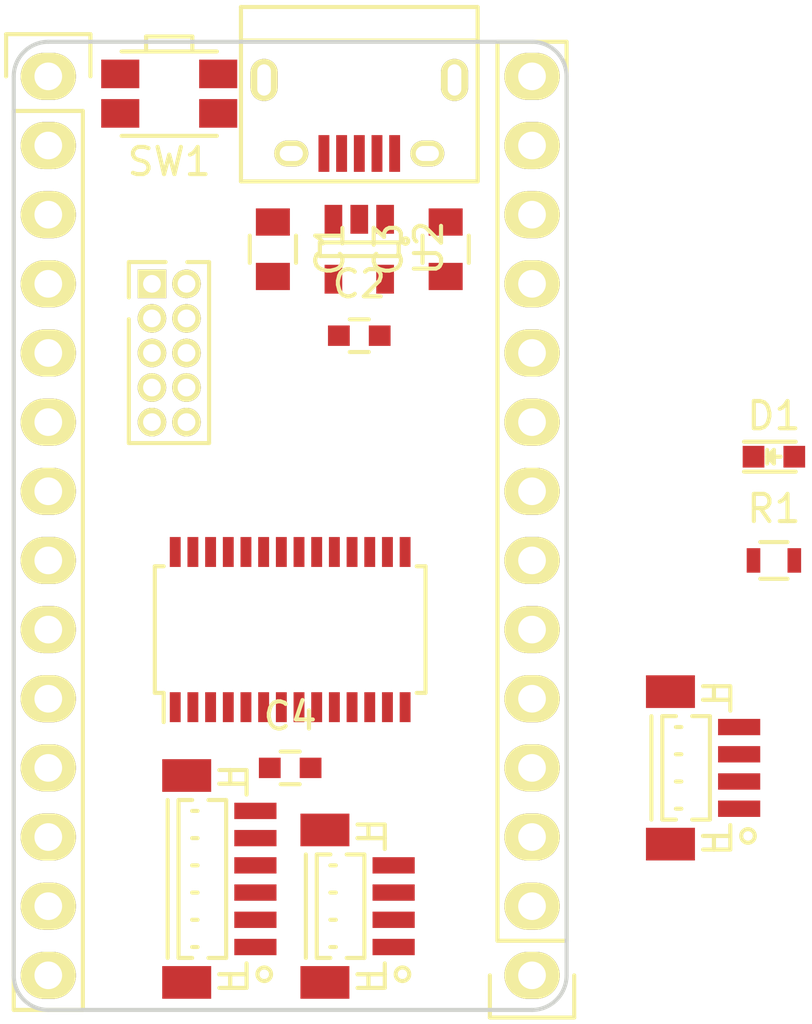
<source format=kicad_pcb>
(kicad_pcb (version 4) (host pcbnew 4.0.1-stable)

  (general
    (links 74)
    (no_connects 74)
    (area 138.354999 87.554999 158.825001 123.265001)
    (thickness 1.6)
    (drawings 8)
    (tracks 0)
    (zones 0)
    (modules 16)
    (nets 37)
  )

  (page A4)
  (layers
    (0 F.Cu signal)
    (31 B.Cu signal)
    (34 B.Paste user)
    (35 F.Paste user)
    (36 B.SilkS user)
    (37 F.SilkS user)
    (38 B.Mask user)
    (39 F.Mask user)
    (44 Edge.Cuts user)
  )

  (setup
    (last_trace_width 0.25)
    (trace_clearance 0.2)
    (zone_clearance 0.508)
    (zone_45_only no)
    (trace_min 0.2)
    (segment_width 0.2)
    (edge_width 0.15)
    (via_size 0.6)
    (via_drill 0.4)
    (via_min_size 0.4)
    (via_min_drill 0.3)
    (uvia_size 0.3)
    (uvia_drill 0.1)
    (uvias_allowed no)
    (uvia_min_size 0.2)
    (uvia_min_drill 0.1)
    (pcb_text_width 0.3)
    (pcb_text_size 1.5 1.5)
    (mod_edge_width 0.15)
    (mod_text_size 1 1)
    (mod_text_width 0.15)
    (pad_size 1.7272 2.032)
    (pad_drill 1.016)
    (pad_to_mask_clearance 0.2)
    (aux_axis_origin 0 0)
    (visible_elements FFFFFF7F)
    (pcbplotparams
      (layerselection 0x00030_80000001)
      (usegerberextensions false)
      (excludeedgelayer true)
      (linewidth 0.100000)
      (plotframeref false)
      (viasonmask false)
      (mode 1)
      (useauxorigin false)
      (hpglpennumber 1)
      (hpglpenspeed 20)
      (hpglpendiameter 15)
      (hpglpenoverlay 2)
      (psnegative false)
      (psa4output false)
      (plotreference true)
      (plotvalue true)
      (plotinvisibletext false)
      (padsonsilk false)
      (subtractmaskfromsilk false)
      (outputformat 1)
      (mirror false)
      (drillshape 1)
      (scaleselection 1)
      (outputdirectory ""))
  )

  (net 0 "")
  (net 1 "Net-(C2-Pad1)")
  (net 2 GND)
  (net 3 +3V3)
  (net 4 "Net-(D1-Pad2)")
  (net 5 /~RST~)
  (net 6 /PIO0_1)
  (net 7 /SSEL)
  (net 8 /PIO0_3)
  (net 9 /SCL)
  (net 10 /SDA)
  (net 11 /SCK)
  (net 12 /PIO0_7)
  (net 13 /MISO)
  (net 14 /MOSI)
  (net 15 /SWCLK)
  (net 16 /PIO0_11)
  (net 17 /PIO1_0)
  (net 18 /PIO1_1)
  (net 19 /PIO1_2)
  (net 20 /SWDIO)
  (net 21 /PIO1_4)
  (net 22 /PIO1_5)
  (net 23 /RXD)
  (net 24 /TXD)
  (net 25 /PIO1_8)
  (net 26 /PIO1_9)
  (net 27 VCC)
  (net 28 "Net-(P3-Pad7)")
  (net 29 /SWO)
  (net 30 "Net-(P3-Pad8)")
  (net 31 "Net-(P7-Pad2)")
  (net 32 "Net-(P7-Pad3)")
  (net 33 "Net-(P7-Pad4)")
  (net 34 "Net-(P7-Pad6)")
  (net 35 "Net-(JP1-Pad1)")
  (net 36 "Net-(U1-Pad19)")

  (net_class Default "This is the default net class."
    (clearance 0.2)
    (trace_width 0.25)
    (via_dia 0.6)
    (via_drill 0.4)
    (uvia_dia 0.3)
    (uvia_drill 0.1)
    (add_net +3V3)
    (add_net /MISO)
    (add_net /MOSI)
    (add_net /PIO0_1)
    (add_net /PIO0_11)
    (add_net /PIO0_3)
    (add_net /PIO0_7)
    (add_net /PIO1_0)
    (add_net /PIO1_1)
    (add_net /PIO1_2)
    (add_net /PIO1_4)
    (add_net /PIO1_5)
    (add_net /PIO1_8)
    (add_net /PIO1_9)
    (add_net /RXD)
    (add_net /SCK)
    (add_net /SCL)
    (add_net /SDA)
    (add_net /SSEL)
    (add_net /SWCLK)
    (add_net /SWDIO)
    (add_net /SWO)
    (add_net /TXD)
    (add_net /~RST~)
    (add_net GND)
    (add_net "Net-(C2-Pad1)")
    (add_net "Net-(D1-Pad2)")
    (add_net "Net-(JP1-Pad1)")
    (add_net "Net-(P3-Pad7)")
    (add_net "Net-(P3-Pad8)")
    (add_net "Net-(P7-Pad2)")
    (add_net "Net-(P7-Pad3)")
    (add_net "Net-(P7-Pad4)")
    (add_net "Net-(P7-Pad6)")
    (add_net "Net-(U1-Pad19)")
    (add_net VCC)
  )

  (module LEDs:LED-0603 (layer F.Cu) (tedit 55BDE255) (tstamp 5715BC5E)
    (at 166.37 102.87)
    (descr "LED 0603 smd package")
    (tags "LED led 0603 SMD smd SMT smt smdled SMDLED smtled SMTLED")
    (path /570C9909)
    (attr smd)
    (fp_text reference D1 (at 0 -1.5) (layer F.SilkS)
      (effects (font (size 1 1) (thickness 0.15)))
    )
    (fp_text value Orange (at 0 1.5) (layer F.Fab)
      (effects (font (size 1 1) (thickness 0.15)))
    )
    (fp_line (start -1.1 0.55) (end 0.8 0.55) (layer F.SilkS) (width 0.15))
    (fp_line (start -1.1 -0.55) (end 0.8 -0.55) (layer F.SilkS) (width 0.15))
    (fp_line (start -0.2 0) (end 0.25 0) (layer F.SilkS) (width 0.15))
    (fp_line (start -0.25 -0.25) (end -0.25 0.25) (layer F.SilkS) (width 0.15))
    (fp_line (start -0.25 0) (end 0 -0.25) (layer F.SilkS) (width 0.15))
    (fp_line (start 0 -0.25) (end 0 0.25) (layer F.SilkS) (width 0.15))
    (fp_line (start 0 0.25) (end -0.25 0) (layer F.SilkS) (width 0.15))
    (fp_line (start 1.4 -0.75) (end 1.4 0.75) (layer F.CrtYd) (width 0.05))
    (fp_line (start 1.4 0.75) (end -1.4 0.75) (layer F.CrtYd) (width 0.05))
    (fp_line (start -1.4 0.75) (end -1.4 -0.75) (layer F.CrtYd) (width 0.05))
    (fp_line (start -1.4 -0.75) (end 1.4 -0.75) (layer F.CrtYd) (width 0.05))
    (pad 2 smd rect (at 0.7493 0 180) (size 0.79756 0.79756) (layers F.Cu F.Paste F.Mask)
      (net 4 "Net-(D1-Pad2)"))
    (pad 1 smd rect (at -0.7493 0 180) (size 0.79756 0.79756) (layers F.Cu F.Paste F.Mask)
      (net 2 GND))
  )

  (module Socket_Strips:Socket_Strip_Straight_1x14 (layer F.Cu) (tedit 5715C08B) (tstamp 5715BC70)
    (at 139.7 88.9 270)
    (descr "Through hole socket strip")
    (tags "socket strip")
    (path /5709C375)
    (fp_text reference P1 (at 0 -5.1 270) (layer F.SilkS) hide
      (effects (font (size 1 1) (thickness 0.15)))
    )
    (fp_text value CONN_01X14 (at 0 -3.1 270) (layer F.Fab)
      (effects (font (size 1 1) (thickness 0.15)))
    )
    (fp_line (start -1.75 -1.75) (end -1.75 1.75) (layer F.CrtYd) (width 0.05))
    (fp_line (start 34.8 -1.75) (end 34.8 1.75) (layer F.CrtYd) (width 0.05))
    (fp_line (start -1.75 -1.75) (end 34.8 -1.75) (layer F.CrtYd) (width 0.05))
    (fp_line (start -1.75 1.75) (end 34.8 1.75) (layer F.CrtYd) (width 0.05))
    (fp_line (start 1.27 -1.27) (end 34.29 -1.27) (layer F.SilkS) (width 0.15))
    (fp_line (start 34.29 -1.27) (end 34.29 1.27) (layer F.SilkS) (width 0.15))
    (fp_line (start 34.29 1.27) (end 1.27 1.27) (layer F.SilkS) (width 0.15))
    (fp_line (start -1.55 1.55) (end 0 1.55) (layer F.SilkS) (width 0.15))
    (fp_line (start 1.27 1.27) (end 1.27 -1.27) (layer F.SilkS) (width 0.15))
    (fp_line (start 0 -1.55) (end -1.55 -1.55) (layer F.SilkS) (width 0.15))
    (fp_line (start -1.55 -1.55) (end -1.55 1.55) (layer F.SilkS) (width 0.15))
    (pad 1 thru_hole oval (at 0 0 270) (size 1.7272 2.032) (drill 1.016) (layers *.Cu *.Mask F.SilkS)
      (net 2 GND))
    (pad 2 thru_hole oval (at 2.54 0 270) (size 1.7272 2.032) (drill 1.016) (layers *.Cu *.Mask F.SilkS)
      (net 2 GND))
    (pad 3 thru_hole oval (at 5.08 0 270) (size 1.7272 2.032) (drill 1.016) (layers *.Cu *.Mask F.SilkS)
      (net 5 /~RST~))
    (pad 4 thru_hole oval (at 7.62 0 270) (size 1.7272 2.032) (drill 1.016) (layers *.Cu *.Mask F.SilkS)
      (net 6 /PIO0_1))
    (pad 5 thru_hole oval (at 10.16 0 270) (size 1.7272 2.032) (drill 1.016) (layers *.Cu *.Mask F.SilkS)
      (net 7 /SSEL))
    (pad 6 thru_hole oval (at 12.7 0 270) (size 1.7272 2.032) (drill 1.016) (layers *.Cu *.Mask F.SilkS)
      (net 8 /PIO0_3))
    (pad 7 thru_hole oval (at 15.24 0 270) (size 1.7272 2.032) (drill 1.016) (layers *.Cu *.Mask F.SilkS)
      (net 9 /SCL))
    (pad 8 thru_hole oval (at 17.78 0 270) (size 1.7272 2.032) (drill 1.016) (layers *.Cu *.Mask F.SilkS)
      (net 10 /SDA))
    (pad 9 thru_hole oval (at 20.32 0 270) (size 1.7272 2.032) (drill 1.016) (layers *.Cu *.Mask F.SilkS)
      (net 11 /SCK))
    (pad 10 thru_hole oval (at 22.86 0 270) (size 1.7272 2.032) (drill 1.016) (layers *.Cu *.Mask F.SilkS)
      (net 12 /PIO0_7))
    (pad 11 thru_hole oval (at 25.4 0 270) (size 1.7272 2.032) (drill 1.016) (layers *.Cu *.Mask F.SilkS)
      (net 13 /MISO))
    (pad 12 thru_hole oval (at 27.94 0 270) (size 1.7272 2.032) (drill 1.016) (layers *.Cu *.Mask F.SilkS)
      (net 14 /MOSI))
    (pad 13 thru_hole oval (at 30.48 0 270) (size 1.7272 2.032) (drill 1.016) (layers *.Cu *.Mask F.SilkS)
      (net 15 /SWCLK))
    (pad 14 thru_hole oval (at 33.02 0 270) (size 1.7272 2.032) (drill 1.016) (layers *.Cu *.Mask F.SilkS)
      (net 16 /PIO0_11))
    (model Socket_Strips.3dshapes/Socket_Strip_Straight_1x14.wrl
      (at (xyz 0.65 0 0))
      (scale (xyz 1 1 1))
      (rotate (xyz 0 0 180))
    )
  )

  (module Socket_Strips:Socket_Strip_Straight_1x14 (layer F.Cu) (tedit 5715C073) (tstamp 5715BC82)
    (at 157.48 121.92 90)
    (descr "Through hole socket strip")
    (tags "socket strip")
    (path /5709C3E8)
    (fp_text reference P2 (at 0 -5.1 90) (layer F.SilkS) hide
      (effects (font (size 1 1) (thickness 0.15)))
    )
    (fp_text value CONN_01X14 (at 0 -3.1 90) (layer F.Fab)
      (effects (font (size 1 1) (thickness 0.15)))
    )
    (fp_line (start -1.75 -1.75) (end -1.75 1.75) (layer F.CrtYd) (width 0.05))
    (fp_line (start 34.8 -1.75) (end 34.8 1.75) (layer F.CrtYd) (width 0.05))
    (fp_line (start -1.75 -1.75) (end 34.8 -1.75) (layer F.CrtYd) (width 0.05))
    (fp_line (start -1.75 1.75) (end 34.8 1.75) (layer F.CrtYd) (width 0.05))
    (fp_line (start 1.27 -1.27) (end 34.29 -1.27) (layer F.SilkS) (width 0.15))
    (fp_line (start 34.29 -1.27) (end 34.29 1.27) (layer F.SilkS) (width 0.15))
    (fp_line (start 34.29 1.27) (end 1.27 1.27) (layer F.SilkS) (width 0.15))
    (fp_line (start -1.55 1.55) (end 0 1.55) (layer F.SilkS) (width 0.15))
    (fp_line (start 1.27 1.27) (end 1.27 -1.27) (layer F.SilkS) (width 0.15))
    (fp_line (start 0 -1.55) (end -1.55 -1.55) (layer F.SilkS) (width 0.15))
    (fp_line (start -1.55 -1.55) (end -1.55 1.55) (layer F.SilkS) (width 0.15))
    (pad 1 thru_hole oval (at 0 0 90) (size 1.7272 2.032) (drill 1.016) (layers *.Cu *.Mask F.SilkS)
      (net 17 /PIO1_0))
    (pad 2 thru_hole oval (at 2.54 0 90) (size 1.7272 2.032) (drill 1.016) (layers *.Cu *.Mask F.SilkS)
      (net 18 /PIO1_1))
    (pad 3 thru_hole oval (at 5.08 0 90) (size 1.7272 2.032) (drill 1.016) (layers *.Cu *.Mask F.SilkS)
      (net 19 /PIO1_2))
    (pad 4 thru_hole oval (at 7.62 0 90) (size 1.7272 2.032) (drill 1.016) (layers *.Cu *.Mask F.SilkS)
      (net 20 /SWDIO))
    (pad 5 thru_hole oval (at 10.16 0 90) (size 1.7272 2.032) (drill 1.016) (layers *.Cu *.Mask F.SilkS)
      (net 21 /PIO1_4))
    (pad 6 thru_hole oval (at 12.7 0 90) (size 1.7272 2.032) (drill 1.016) (layers *.Cu *.Mask F.SilkS)
      (net 22 /PIO1_5))
    (pad 7 thru_hole oval (at 15.24 0 90) (size 1.7272 2.032) (drill 1.016) (layers *.Cu *.Mask F.SilkS)
      (net 23 /RXD))
    (pad 8 thru_hole oval (at 17.78 0 90) (size 1.7272 2.032) (drill 1.016) (layers *.Cu *.Mask F.SilkS)
      (net 24 /TXD))
    (pad 9 thru_hole oval (at 20.32 0 90) (size 1.7272 2.032) (drill 1.016) (layers *.Cu *.Mask F.SilkS)
      (net 25 /PIO1_8))
    (pad 10 thru_hole oval (at 22.86 0 90) (size 1.7272 2.032) (drill 1.016) (layers *.Cu *.Mask F.SilkS)
      (net 26 /PIO1_9))
    (pad 11 thru_hole oval (at 25.4 0 90) (size 1.7272 2.032) (drill 1.016) (layers *.Cu *.Mask F.SilkS)
      (net 3 +3V3))
    (pad 12 thru_hole oval (at 27.94 0 90) (size 1.7272 2.032) (drill 1.016) (layers *.Cu *.Mask F.SilkS)
      (net 3 +3V3))
    (pad 13 thru_hole oval (at 30.48 0 90) (size 1.7272 2.032) (drill 1.016) (layers *.Cu *.Mask F.SilkS)
      (net 27 VCC))
    (pad 14 thru_hole oval (at 33.02 0 90) (size 1.7272 2.032) (drill 1.016) (layers *.Cu *.Mask F.SilkS)
      (net 27 VCC))
    (model Socket_Strips.3dshapes/Socket_Strip_Straight_1x14.wrl
      (at (xyz 0.65 0 0))
      (scale (xyz 1 1 1))
      (rotate (xyz 0 0 180))
    )
  )

  (module Pin_Headers:Pin_Header_Straight_2x05_Pitch1.27mm (layer F.Cu) (tedit 5715C07B) (tstamp 5715BC90)
    (at 143.51 96.52)
    (descr "Through hole pin header, pitch 1.27mm")
    (tags "pin header")
    (path /56DFB95F)
    (fp_text reference P3 (at 0.55 -1.7) (layer F.SilkS) hide
      (effects (font (size 1 1) (thickness 0.15)))
    )
    (fp_text value "JTAG (SWD)" (at 0 6.9) (layer F.Fab)
      (effects (font (size 1 1) (thickness 0.15)))
    )
    (fp_line (start 2.1 -0.8) (end 1.3 -0.8) (layer F.SilkS) (width 0.15))
    (fp_line (start 2.1 5.85) (end 2.1 -0.8) (layer F.SilkS) (width 0.15))
    (fp_line (start 2.1 5.85) (end -0.85 5.85) (layer F.SilkS) (width 0.15))
    (fp_line (start -1.1 -1.05) (end -1.1 6.1) (layer F.CrtYd) (width 0.05))
    (fp_line (start 2.35 -1.05) (end 2.35 6.1) (layer F.CrtYd) (width 0.05))
    (fp_line (start -1.1 -1.05) (end 2.35 -1.05) (layer F.CrtYd) (width 0.05))
    (fp_line (start -1.1 6.1) (end 2.35 6.1) (layer F.CrtYd) (width 0.05))
    (fp_line (start -0.85 5.85) (end -0.85 1.3) (layer F.SilkS) (width 0.15))
    (fp_line (start 0.5 -0.8) (end -0.85 -0.8) (layer F.SilkS) (width 0.15))
    (fp_line (start -0.85 -0.8) (end -0.85 0.5) (layer F.SilkS) (width 0.15))
    (pad 1 thru_hole rect (at 0 0) (size 1.05 1.05) (drill 0.65) (layers *.Cu *.Mask F.SilkS)
      (net 3 +3V3))
    (pad 3 thru_hole circle (at 0 1.27) (size 1.05 1.05) (drill 0.65) (layers *.Cu *.Mask F.SilkS)
      (net 2 GND))
    (pad 5 thru_hole circle (at 0 2.54) (size 1.05 1.05) (drill 0.65) (layers *.Cu *.Mask F.SilkS)
      (net 2 GND))
    (pad 7 thru_hole circle (at 0 3.81) (size 1.05 1.05) (drill 0.65) (layers *.Cu *.Mask F.SilkS)
      (net 28 "Net-(P3-Pad7)"))
    (pad 9 thru_hole circle (at 0 5.08) (size 1.05 1.05) (drill 0.65) (layers *.Cu *.Mask F.SilkS)
      (net 2 GND))
    (pad 4 thru_hole circle (at 1.27 1.27) (size 1.05 1.05) (drill 0.65) (layers *.Cu *.Mask F.SilkS)
      (net 15 /SWCLK))
    (pad 6 thru_hole circle (at 1.27 2.54) (size 1.05 1.05) (drill 0.65) (layers *.Cu *.Mask F.SilkS)
      (net 29 /SWO))
    (pad 8 thru_hole circle (at 1.27 3.81) (size 1.05 1.05) (drill 0.65) (layers *.Cu *.Mask F.SilkS)
      (net 30 "Net-(P3-Pad8)"))
    (pad 10 thru_hole circle (at 1.27 5.08) (size 1.05 1.05) (drill 0.65) (layers *.Cu *.Mask F.SilkS)
      (net 5 /~RST~))
    (pad 2 thru_hole circle (at 1.27 0) (size 1.05 1.05) (drill 0.65) (layers *.Cu *.Mask F.SilkS)
      (net 20 /SWDIO))
  )

  (module Connectors_JST_SH:Connectors_JST_BM04B-SRSS-TB (layer F.Cu) (tedit 5715C06E) (tstamp 5715BC9A)
    (at 151.13 119.38 90)
    (descr "JST SH series connector, BM04B-SRSS-TB")
    (tags "connector jst sh")
    (path /5708AEDD)
    (attr smd)
    (fp_text reference P4 (at -1.5 -3.2625 90) (layer F.SilkS) hide
      (effects (font (size 1 1) (thickness 0.15)))
    )
    (fp_text value I2C (at 0 3.2375 90) (layer F.Fab)
      (effects (font (size 1 1) (thickness 0.15)))
    )
    (fp_circle (center -2.5 1.5875) (end -2.25 1.5875) (layer F.SilkS) (width 0.15))
    (fp_line (start -1.9 -1.9625) (end 1.9 -1.9625) (layer F.SilkS) (width 0.15))
    (fp_line (start -3 -0.0625) (end -3 0.9375) (layer F.SilkS) (width 0.15))
    (fp_line (start -3 0.9375) (end -2.1 0.9375) (layer F.SilkS) (width 0.15))
    (fp_line (start -2.5 0.9375) (end -2.5 -0.0625) (layer F.SilkS) (width 0.15))
    (fp_line (start -2.5 -0.0625) (end -2.5 -0.0625) (layer F.SilkS) (width 0.15))
    (fp_line (start -2.5 -0.0625) (end -2.5 0.9375) (layer F.SilkS) (width 0.15))
    (fp_line (start -2.5 0.9375) (end -2.5 0.9375) (layer F.SilkS) (width 0.15))
    (fp_line (start -2.5 0.3375) (end -2.5 0.3375) (layer F.SilkS) (width 0.15))
    (fp_line (start -2.5 0.3375) (end -3 0.3375) (layer F.SilkS) (width 0.15))
    (fp_line (start -3 0.3375) (end -3 0.3375) (layer F.SilkS) (width 0.15))
    (fp_line (start -3 0.3375) (end -2.5 0.3375) (layer F.SilkS) (width 0.15))
    (fp_line (start 3 -0.0625) (end 3 0.9375) (layer F.SilkS) (width 0.15))
    (fp_line (start 3 0.9375) (end 2.1 0.9375) (layer F.SilkS) (width 0.15))
    (fp_line (start 2.5 0.9375) (end 2.5 -0.0625) (layer F.SilkS) (width 0.15))
    (fp_line (start 2.5 -0.0625) (end 2.5 -0.0625) (layer F.SilkS) (width 0.15))
    (fp_line (start 2.5 -0.0625) (end 2.5 0.9375) (layer F.SilkS) (width 0.15))
    (fp_line (start 2.5 0.9375) (end 2.5 0.9375) (layer F.SilkS) (width 0.15))
    (fp_line (start 2.5 0.3375) (end 2.5 0.3375) (layer F.SilkS) (width 0.15))
    (fp_line (start 2.5 0.3375) (end 3 0.3375) (layer F.SilkS) (width 0.15))
    (fp_line (start 3 0.3375) (end 3 0.3375) (layer F.SilkS) (width 0.15))
    (fp_line (start 3 0.3375) (end 2.5 0.3375) (layer F.SilkS) (width 0.15))
    (fp_line (start -1.9 -1.0625) (end -1.9 -1.5625) (layer F.SilkS) (width 0.15))
    (fp_line (start -1.9 -1.5625) (end 1.9 -1.5625) (layer F.SilkS) (width 0.15))
    (fp_line (start 1.9 -1.5625) (end 1.9 -1.0625) (layer F.SilkS) (width 0.15))
    (fp_line (start -1.9 -0.4625) (end -1.9 0.1875) (layer F.SilkS) (width 0.15))
    (fp_line (start -1.9 0.1875) (end 1.9 0.1875) (layer F.SilkS) (width 0.15))
    (fp_line (start 1.9 0.1875) (end 1.9 -0.4625) (layer F.SilkS) (width 0.15))
    (fp_line (start -1.5 -1.0625) (end -1.5 -0.8625) (layer F.SilkS) (width 0.15))
    (fp_line (start -0.5 -1.0625) (end -0.5 -0.8625) (layer F.SilkS) (width 0.15))
    (fp_line (start 0.5 -1.0625) (end 0.5 -0.8625) (layer F.SilkS) (width 0.15))
    (fp_line (start 1.5 -1.0625) (end 1.5 -0.8625) (layer F.SilkS) (width 0.15))
    (fp_line (start -3.9 2.55) (end -3.9 -2.7) (layer F.CrtYd) (width 0.05))
    (fp_line (start -3.9 -2.7) (end 3.9 -2.7) (layer F.CrtYd) (width 0.05))
    (fp_line (start 3.9 -2.7) (end 3.9 2.55) (layer F.CrtYd) (width 0.05))
    (fp_line (start 3.9 2.55) (end -3.9 2.55) (layer F.CrtYd) (width 0.05))
    (pad 1 smd rect (at -1.5 1.2625 90) (size 0.6 1.55) (layers F.Cu F.Paste F.Mask)
      (net 10 /SDA))
    (pad 2 smd rect (at -0.5 1.2625 90) (size 0.6 1.55) (layers F.Cu F.Paste F.Mask)
      (net 9 /SCL))
    (pad 3 smd rect (at 0.5 1.2625 90) (size 0.6 1.55) (layers F.Cu F.Paste F.Mask)
      (net 3 +3V3))
    (pad 4 smd rect (at 1.5 1.2625 90) (size 0.6 1.55) (layers F.Cu F.Paste F.Mask)
      (net 2 GND))
    (pad "" smd rect (at -2.8 -1.2625 90) (size 1.2 1.8) (layers F.Cu F.Paste F.Mask))
    (pad "" smd rect (at 2.8 -1.2625 90) (size 1.2 1.8) (layers F.Cu F.Paste F.Mask))
  )

  (module Connectors_JST_SH:Connectors_JST_BM06B-SRSS-TB (layer F.Cu) (tedit 5715C069) (tstamp 5715BCA6)
    (at 146.05 118.38 90)
    (descr "JST SH series connector, BM06B-SRSS-TB")
    (tags "connector jst sh")
    (path /57087C55)
    (attr smd)
    (fp_text reference P5 (at -2.5 -3.2625 90) (layer F.SilkS) hide
      (effects (font (size 1 1) (thickness 0.15)))
    )
    (fp_text value SPI (at 0 3.2375 90) (layer F.Fab)
      (effects (font (size 1 1) (thickness 0.15)))
    )
    (fp_circle (center -3.5 1.5875) (end -3.25 1.5875) (layer F.SilkS) (width 0.15))
    (fp_line (start -2.9 -1.9625) (end 2.9 -1.9625) (layer F.SilkS) (width 0.15))
    (fp_line (start -4 -0.0625) (end -4 0.9375) (layer F.SilkS) (width 0.15))
    (fp_line (start -4 0.9375) (end -3.1 0.9375) (layer F.SilkS) (width 0.15))
    (fp_line (start -3.5 0.9375) (end -3.5 -0.0625) (layer F.SilkS) (width 0.15))
    (fp_line (start -3.5 -0.0625) (end -3.5 -0.0625) (layer F.SilkS) (width 0.15))
    (fp_line (start -3.5 -0.0625) (end -3.5 0.9375) (layer F.SilkS) (width 0.15))
    (fp_line (start -3.5 0.9375) (end -3.5 0.9375) (layer F.SilkS) (width 0.15))
    (fp_line (start -3.5 0.3375) (end -3.5 0.3375) (layer F.SilkS) (width 0.15))
    (fp_line (start -3.5 0.3375) (end -4 0.3375) (layer F.SilkS) (width 0.15))
    (fp_line (start -4 0.3375) (end -4 0.3375) (layer F.SilkS) (width 0.15))
    (fp_line (start -4 0.3375) (end -3.5 0.3375) (layer F.SilkS) (width 0.15))
    (fp_line (start 4 -0.0625) (end 4 0.9375) (layer F.SilkS) (width 0.15))
    (fp_line (start 4 0.9375) (end 3.1 0.9375) (layer F.SilkS) (width 0.15))
    (fp_line (start 3.5 0.9375) (end 3.5 -0.0625) (layer F.SilkS) (width 0.15))
    (fp_line (start 3.5 -0.0625) (end 3.5 -0.0625) (layer F.SilkS) (width 0.15))
    (fp_line (start 3.5 -0.0625) (end 3.5 0.9375) (layer F.SilkS) (width 0.15))
    (fp_line (start 3.5 0.9375) (end 3.5 0.9375) (layer F.SilkS) (width 0.15))
    (fp_line (start 3.5 0.3375) (end 3.5 0.3375) (layer F.SilkS) (width 0.15))
    (fp_line (start 3.5 0.3375) (end 4 0.3375) (layer F.SilkS) (width 0.15))
    (fp_line (start 4 0.3375) (end 4 0.3375) (layer F.SilkS) (width 0.15))
    (fp_line (start 4 0.3375) (end 3.5 0.3375) (layer F.SilkS) (width 0.15))
    (fp_line (start -2.9 -1.0625) (end -2.9 -1.5625) (layer F.SilkS) (width 0.15))
    (fp_line (start -2.9 -1.5625) (end 2.9 -1.5625) (layer F.SilkS) (width 0.15))
    (fp_line (start 2.9 -1.5625) (end 2.9 -1.0625) (layer F.SilkS) (width 0.15))
    (fp_line (start -2.9 -0.4625) (end -2.9 0.1875) (layer F.SilkS) (width 0.15))
    (fp_line (start -2.9 0.1875) (end 2.9 0.1875) (layer F.SilkS) (width 0.15))
    (fp_line (start 2.9 0.1875) (end 2.9 -0.4625) (layer F.SilkS) (width 0.15))
    (fp_line (start -2.5 -1.0625) (end -2.5 -0.8625) (layer F.SilkS) (width 0.15))
    (fp_line (start -1.5 -1.0625) (end -1.5 -0.8625) (layer F.SilkS) (width 0.15))
    (fp_line (start -0.5 -1.0625) (end -0.5 -0.8625) (layer F.SilkS) (width 0.15))
    (fp_line (start 0.5 -1.0625) (end 0.5 -0.8625) (layer F.SilkS) (width 0.15))
    (fp_line (start 1.5 -1.0625) (end 1.5 -0.8625) (layer F.SilkS) (width 0.15))
    (fp_line (start 2.5 -1.0625) (end 2.5 -0.8625) (layer F.SilkS) (width 0.15))
    (fp_line (start -4.9 2.55) (end -4.9 -2.7) (layer F.CrtYd) (width 0.05))
    (fp_line (start -4.9 -2.7) (end 4.9 -2.7) (layer F.CrtYd) (width 0.05))
    (fp_line (start 4.9 -2.7) (end 4.9 2.55) (layer F.CrtYd) (width 0.05))
    (fp_line (start 4.9 2.55) (end -4.9 2.55) (layer F.CrtYd) (width 0.05))
    (pad 1 smd rect (at -2.5 1.2625 90) (size 0.6 1.55) (layers F.Cu F.Paste F.Mask)
      (net 7 /SSEL))
    (pad 2 smd rect (at -1.5 1.2625 90) (size 0.6 1.55) (layers F.Cu F.Paste F.Mask)
      (net 11 /SCK))
    (pad 3 smd rect (at -0.5 1.2625 90) (size 0.6 1.55) (layers F.Cu F.Paste F.Mask)
      (net 13 /MISO))
    (pad 4 smd rect (at 0.5 1.2625 90) (size 0.6 1.55) (layers F.Cu F.Paste F.Mask)
      (net 14 /MOSI))
    (pad 5 smd rect (at 1.5 1.2625 90) (size 0.6 1.55) (layers F.Cu F.Paste F.Mask)
      (net 3 +3V3))
    (pad 6 smd rect (at 2.5 1.2625 90) (size 0.6 1.55) (layers F.Cu F.Paste F.Mask)
      (net 2 GND))
    (pad "" smd rect (at -3.8 -1.2625 90) (size 1.2 1.8) (layers F.Cu F.Paste F.Mask))
    (pad "" smd rect (at 3.8 -1.2625 90) (size 1.2 1.8) (layers F.Cu F.Paste F.Mask))
  )

  (module Connectors_JST_SH:Connectors_JST_BM04B-SRSS-TB (layer F.Cu) (tedit 5715C080) (tstamp 5715BCB0)
    (at 163.83 114.3 90)
    (descr "JST SH series connector, BM04B-SRSS-TB")
    (tags "connector jst sh")
    (path /5708C32D)
    (attr smd)
    (fp_text reference P6 (at -1.5 -3.2625 90) (layer F.SilkS) hide
      (effects (font (size 1 1) (thickness 0.15)))
    )
    (fp_text value UART (at 0 3.2375 90) (layer F.Fab)
      (effects (font (size 1 1) (thickness 0.15)))
    )
    (fp_circle (center -2.5 1.5875) (end -2.25 1.5875) (layer F.SilkS) (width 0.15))
    (fp_line (start -1.9 -1.9625) (end 1.9 -1.9625) (layer F.SilkS) (width 0.15))
    (fp_line (start -3 -0.0625) (end -3 0.9375) (layer F.SilkS) (width 0.15))
    (fp_line (start -3 0.9375) (end -2.1 0.9375) (layer F.SilkS) (width 0.15))
    (fp_line (start -2.5 0.9375) (end -2.5 -0.0625) (layer F.SilkS) (width 0.15))
    (fp_line (start -2.5 -0.0625) (end -2.5 -0.0625) (layer F.SilkS) (width 0.15))
    (fp_line (start -2.5 -0.0625) (end -2.5 0.9375) (layer F.SilkS) (width 0.15))
    (fp_line (start -2.5 0.9375) (end -2.5 0.9375) (layer F.SilkS) (width 0.15))
    (fp_line (start -2.5 0.3375) (end -2.5 0.3375) (layer F.SilkS) (width 0.15))
    (fp_line (start -2.5 0.3375) (end -3 0.3375) (layer F.SilkS) (width 0.15))
    (fp_line (start -3 0.3375) (end -3 0.3375) (layer F.SilkS) (width 0.15))
    (fp_line (start -3 0.3375) (end -2.5 0.3375) (layer F.SilkS) (width 0.15))
    (fp_line (start 3 -0.0625) (end 3 0.9375) (layer F.SilkS) (width 0.15))
    (fp_line (start 3 0.9375) (end 2.1 0.9375) (layer F.SilkS) (width 0.15))
    (fp_line (start 2.5 0.9375) (end 2.5 -0.0625) (layer F.SilkS) (width 0.15))
    (fp_line (start 2.5 -0.0625) (end 2.5 -0.0625) (layer F.SilkS) (width 0.15))
    (fp_line (start 2.5 -0.0625) (end 2.5 0.9375) (layer F.SilkS) (width 0.15))
    (fp_line (start 2.5 0.9375) (end 2.5 0.9375) (layer F.SilkS) (width 0.15))
    (fp_line (start 2.5 0.3375) (end 2.5 0.3375) (layer F.SilkS) (width 0.15))
    (fp_line (start 2.5 0.3375) (end 3 0.3375) (layer F.SilkS) (width 0.15))
    (fp_line (start 3 0.3375) (end 3 0.3375) (layer F.SilkS) (width 0.15))
    (fp_line (start 3 0.3375) (end 2.5 0.3375) (layer F.SilkS) (width 0.15))
    (fp_line (start -1.9 -1.0625) (end -1.9 -1.5625) (layer F.SilkS) (width 0.15))
    (fp_line (start -1.9 -1.5625) (end 1.9 -1.5625) (layer F.SilkS) (width 0.15))
    (fp_line (start 1.9 -1.5625) (end 1.9 -1.0625) (layer F.SilkS) (width 0.15))
    (fp_line (start -1.9 -0.4625) (end -1.9 0.1875) (layer F.SilkS) (width 0.15))
    (fp_line (start -1.9 0.1875) (end 1.9 0.1875) (layer F.SilkS) (width 0.15))
    (fp_line (start 1.9 0.1875) (end 1.9 -0.4625) (layer F.SilkS) (width 0.15))
    (fp_line (start -1.5 -1.0625) (end -1.5 -0.8625) (layer F.SilkS) (width 0.15))
    (fp_line (start -0.5 -1.0625) (end -0.5 -0.8625) (layer F.SilkS) (width 0.15))
    (fp_line (start 0.5 -1.0625) (end 0.5 -0.8625) (layer F.SilkS) (width 0.15))
    (fp_line (start 1.5 -1.0625) (end 1.5 -0.8625) (layer F.SilkS) (width 0.15))
    (fp_line (start -3.9 2.55) (end -3.9 -2.7) (layer F.CrtYd) (width 0.05))
    (fp_line (start -3.9 -2.7) (end 3.9 -2.7) (layer F.CrtYd) (width 0.05))
    (fp_line (start 3.9 -2.7) (end 3.9 2.55) (layer F.CrtYd) (width 0.05))
    (fp_line (start 3.9 2.55) (end -3.9 2.55) (layer F.CrtYd) (width 0.05))
    (pad 1 smd rect (at -1.5 1.2625 90) (size 0.6 1.55) (layers F.Cu F.Paste F.Mask)
      (net 23 /RXD))
    (pad 2 smd rect (at -0.5 1.2625 90) (size 0.6 1.55) (layers F.Cu F.Paste F.Mask)
      (net 24 /TXD))
    (pad 3 smd rect (at 0.5 1.2625 90) (size 0.6 1.55) (layers F.Cu F.Paste F.Mask)
      (net 3 +3V3))
    (pad 4 smd rect (at 1.5 1.2625 90) (size 0.6 1.55) (layers F.Cu F.Paste F.Mask)
      (net 2 GND))
    (pad "" smd rect (at -2.8 -1.2625 90) (size 1.2 1.8) (layers F.Cu F.Paste F.Mask))
    (pad "" smd rect (at 2.8 -1.2625 90) (size 1.2 1.8) (layers F.Cu F.Paste F.Mask))
  )

  (module Connect:USB_Micro-B (layer F.Cu) (tedit 5715C086) (tstamp 5715BCBD)
    (at 151.13 90.17 180)
    (descr "Micro USB Type B Receptacle")
    (tags "USB USB_B USB_micro USB_OTG")
    (path /5715F3FC)
    (attr smd)
    (fp_text reference P7 (at 0 -3.45 180) (layer F.SilkS) hide
      (effects (font (size 1 1) (thickness 0.15)))
    )
    (fp_text value USB_OTG (at 0 4.8 180) (layer F.Fab)
      (effects (font (size 1 1) (thickness 0.15)))
    )
    (fp_line (start -4.6 -2.8) (end 4.6 -2.8) (layer F.CrtYd) (width 0.05))
    (fp_line (start 4.6 -2.8) (end 4.6 4.05) (layer F.CrtYd) (width 0.05))
    (fp_line (start 4.6 4.05) (end -4.6 4.05) (layer F.CrtYd) (width 0.05))
    (fp_line (start -4.6 4.05) (end -4.6 -2.8) (layer F.CrtYd) (width 0.05))
    (fp_line (start -4.3509 3.81746) (end 4.3491 3.81746) (layer F.SilkS) (width 0.15))
    (fp_line (start -4.3509 -2.58754) (end 4.3491 -2.58754) (layer F.SilkS) (width 0.15))
    (fp_line (start 4.3491 -2.58754) (end 4.3491 3.81746) (layer F.SilkS) (width 0.15))
    (fp_line (start 4.3491 2.58746) (end -4.3509 2.58746) (layer F.SilkS) (width 0.15))
    (fp_line (start -4.3509 3.81746) (end -4.3509 -2.58754) (layer F.SilkS) (width 0.15))
    (pad 1 smd rect (at -1.3009 -1.56254 270) (size 1.35 0.4) (layers F.Cu F.Paste F.Mask)
      (net 27 VCC))
    (pad 2 smd rect (at -0.6509 -1.56254 270) (size 1.35 0.4) (layers F.Cu F.Paste F.Mask)
      (net 31 "Net-(P7-Pad2)"))
    (pad 3 smd rect (at -0.0009 -1.56254 270) (size 1.35 0.4) (layers F.Cu F.Paste F.Mask)
      (net 32 "Net-(P7-Pad3)"))
    (pad 4 smd rect (at 0.6491 -1.56254 270) (size 1.35 0.4) (layers F.Cu F.Paste F.Mask)
      (net 33 "Net-(P7-Pad4)"))
    (pad 5 smd rect (at 1.2991 -1.56254 270) (size 1.35 0.4) (layers F.Cu F.Paste F.Mask)
      (net 2 GND))
    (pad 6 thru_hole oval (at -2.5009 -1.56254 270) (size 0.95 1.25) (drill oval 0.55 0.85) (layers *.Cu *.Mask F.SilkS)
      (net 34 "Net-(P7-Pad6)"))
    (pad 6 thru_hole oval (at 2.4991 -1.56254 270) (size 0.95 1.25) (drill oval 0.55 0.85) (layers *.Cu *.Mask F.SilkS)
      (net 34 "Net-(P7-Pad6)"))
    (pad 6 thru_hole oval (at -3.5009 1.13746 270) (size 1.55 1) (drill oval 1.15 0.5) (layers *.Cu *.Mask F.SilkS)
      (net 34 "Net-(P7-Pad6)"))
    (pad 6 thru_hole oval (at 3.4991 1.13746 270) (size 1.55 1) (drill oval 1.15 0.5) (layers *.Cu *.Mask F.SilkS)
      (net 34 "Net-(P7-Pad6)"))
  )

  (module Housings_SSOP:TSSOP-28_4.4x9.7mm_Pitch0.65mm (layer F.Cu) (tedit 5715C090) (tstamp 5715BCE3)
    (at 148.59 109.22 90)
    (descr "TSSOP28: plastic thin shrink small outline package; 28 leads; body width 4.4 mm; (see NXP SSOP-TSSOP-VSO-REFLOW.pdf and sot361-1_po.pdf)")
    (tags "SSOP 0.65")
    (path /5709F94F)
    (attr smd)
    (fp_text reference U1 (at 0 -5.9 90) (layer F.SilkS) hide
      (effects (font (size 1 1) (thickness 0.15)))
    )
    (fp_text value LPC1114FDH28/102 (at 0 5.9 90) (layer F.Fab)
      (effects (font (size 1 1) (thickness 0.15)))
    )
    (fp_line (start -3.65 -5.15) (end -3.65 5.15) (layer F.CrtYd) (width 0.05))
    (fp_line (start 3.65 -5.15) (end 3.65 5.15) (layer F.CrtYd) (width 0.05))
    (fp_line (start -3.65 -5.15) (end 3.65 -5.15) (layer F.CrtYd) (width 0.05))
    (fp_line (start -3.65 5.15) (end 3.65 5.15) (layer F.CrtYd) (width 0.05))
    (fp_line (start -2.325 -4.975) (end -2.325 -4.65) (layer F.SilkS) (width 0.15))
    (fp_line (start 2.325 -4.975) (end 2.325 -4.65) (layer F.SilkS) (width 0.15))
    (fp_line (start 2.325 4.975) (end 2.325 4.65) (layer F.SilkS) (width 0.15))
    (fp_line (start -2.325 4.975) (end -2.325 4.65) (layer F.SilkS) (width 0.15))
    (fp_line (start -2.325 -4.975) (end 2.325 -4.975) (layer F.SilkS) (width 0.15))
    (fp_line (start -2.325 4.975) (end 2.325 4.975) (layer F.SilkS) (width 0.15))
    (fp_line (start -2.325 -4.65) (end -3.4 -4.65) (layer F.SilkS) (width 0.15))
    (pad 1 smd rect (at -2.85 -4.225 90) (size 1.1 0.4) (layers F.Cu F.Paste F.Mask)
      (net 13 /MISO))
    (pad 2 smd rect (at -2.85 -3.575 90) (size 1.1 0.4) (layers F.Cu F.Paste F.Mask)
      (net 14 /MOSI))
    (pad 3 smd rect (at -2.85 -2.925 90) (size 1.1 0.4) (layers F.Cu F.Paste F.Mask)
      (net 15 /SWCLK))
    (pad 4 smd rect (at -2.85 -2.275 90) (size 1.1 0.4) (layers F.Cu F.Paste F.Mask)
      (net 16 /PIO0_11))
    (pad 5 smd rect (at -2.85 -1.625 90) (size 1.1 0.4) (layers F.Cu F.Paste F.Mask)
      (net 10 /SDA))
    (pad 6 smd rect (at -2.85 -0.975 90) (size 1.1 0.4) (layers F.Cu F.Paste F.Mask)
      (net 11 /SCK))
    (pad 7 smd rect (at -2.85 -0.325 90) (size 1.1 0.4) (layers F.Cu F.Paste F.Mask)
      (net 3 +3V3))
    (pad 8 smd rect (at -2.85 0.325 90) (size 1.1 0.4) (layers F.Cu F.Paste F.Mask)
      (net 2 GND))
    (pad 9 smd rect (at -2.85 0.975 90) (size 1.1 0.4) (layers F.Cu F.Paste F.Mask)
      (net 17 /PIO1_0))
    (pad 10 smd rect (at -2.85 1.625 90) (size 1.1 0.4) (layers F.Cu F.Paste F.Mask)
      (net 18 /PIO1_1))
    (pad 11 smd rect (at -2.85 2.275 90) (size 1.1 0.4) (layers F.Cu F.Paste F.Mask)
      (net 19 /PIO1_2))
    (pad 12 smd rect (at -2.85 2.925 90) (size 1.1 0.4) (layers F.Cu F.Paste F.Mask)
      (net 20 /SWDIO))
    (pad 13 smd rect (at -2.85 3.575 90) (size 1.1 0.4) (layers F.Cu F.Paste F.Mask)
      (net 21 /PIO1_4))
    (pad 14 smd rect (at -2.85 4.225 90) (size 1.1 0.4) (layers F.Cu F.Paste F.Mask)
      (net 22 /PIO1_5))
    (pad 15 smd rect (at 2.85 4.225 90) (size 1.1 0.4) (layers F.Cu F.Paste F.Mask)
      (net 23 /RXD))
    (pad 16 smd rect (at 2.85 3.575 90) (size 1.1 0.4) (layers F.Cu F.Paste F.Mask)
      (net 24 /TXD))
    (pad 17 smd rect (at 2.85 2.925 90) (size 1.1 0.4) (layers F.Cu F.Paste F.Mask)
      (net 25 /PIO1_8))
    (pad 18 smd rect (at 2.85 2.275 90) (size 1.1 0.4) (layers F.Cu F.Paste F.Mask)
      (net 26 /PIO1_9))
    (pad 19 smd rect (at 2.85 1.625 90) (size 1.1 0.4) (layers F.Cu F.Paste F.Mask)
      (net 36 "Net-(U1-Pad19)"))
    (pad 20 smd rect (at 2.85 0.975 90) (size 1.1 0.4) (layers F.Cu F.Paste F.Mask)
      (net 2 GND))
    (pad 21 smd rect (at 2.85 0.325 90) (size 1.1 0.4) (layers F.Cu F.Paste F.Mask)
      (net 3 +3V3))
    (pad 22 smd rect (at 2.85 -0.325 90) (size 1.1 0.4) (layers F.Cu F.Paste F.Mask)
      (net 2 GND))
    (pad 23 smd rect (at 2.85 -0.975 90) (size 1.1 0.4) (layers F.Cu F.Paste F.Mask)
      (net 5 /~RST~))
    (pad 24 smd rect (at 2.85 -1.625 90) (size 1.1 0.4) (layers F.Cu F.Paste F.Mask)
      (net 6 /PIO0_1))
    (pad 25 smd rect (at 2.85 -2.275 90) (size 1.1 0.4) (layers F.Cu F.Paste F.Mask)
      (net 7 /SSEL))
    (pad 26 smd rect (at 2.85 -2.925 90) (size 1.1 0.4) (layers F.Cu F.Paste F.Mask)
      (net 8 /PIO0_3))
    (pad 27 smd rect (at 2.85 -3.575 90) (size 1.1 0.4) (layers F.Cu F.Paste F.Mask)
      (net 9 /SCL))
    (pad 28 smd rect (at 2.85 -4.225 90) (size 1.1 0.4) (layers F.Cu F.Paste F.Mask)
      (net 12 /PIO0_7))
    (model Housings_SSOP.3dshapes/TSSOP-28_4.4x9.7mm_Pitch0.65mm.wrl
      (at (xyz 0 0 0))
      (scale (xyz 1 1 1))
      (rotate (xyz 0 0 0))
    )
  )

  (module TO_SOT_Packages_SMD:SOT-23-5 (layer F.Cu) (tedit 55360473) (tstamp 5715BCEC)
    (at 151.13 95.25 270)
    (descr "5-pin SOT23 package")
    (tags SOT-23-5)
    (path /5715B073)
    (attr smd)
    (fp_text reference U2 (at -0.05 -2.55 270) (layer F.SilkS)
      (effects (font (size 1 1) (thickness 0.15)))
    )
    (fp_text value LP2985LV (at -0.05 2.35 270) (layer F.Fab)
      (effects (font (size 1 1) (thickness 0.15)))
    )
    (fp_line (start -1.8 -1.6) (end 1.8 -1.6) (layer F.CrtYd) (width 0.05))
    (fp_line (start 1.8 -1.6) (end 1.8 1.6) (layer F.CrtYd) (width 0.05))
    (fp_line (start 1.8 1.6) (end -1.8 1.6) (layer F.CrtYd) (width 0.05))
    (fp_line (start -1.8 1.6) (end -1.8 -1.6) (layer F.CrtYd) (width 0.05))
    (fp_circle (center -0.3 -1.7) (end -0.2 -1.7) (layer F.SilkS) (width 0.15))
    (fp_line (start 0.25 -1.45) (end -0.25 -1.45) (layer F.SilkS) (width 0.15))
    (fp_line (start 0.25 1.45) (end 0.25 -1.45) (layer F.SilkS) (width 0.15))
    (fp_line (start -0.25 1.45) (end 0.25 1.45) (layer F.SilkS) (width 0.15))
    (fp_line (start -0.25 -1.45) (end -0.25 1.45) (layer F.SilkS) (width 0.15))
    (pad 1 smd rect (at -1.1 -0.95 270) (size 1.06 0.65) (layers F.Cu F.Paste F.Mask)
      (net 27 VCC))
    (pad 2 smd rect (at -1.1 0 270) (size 1.06 0.65) (layers F.Cu F.Paste F.Mask)
      (net 2 GND))
    (pad 3 smd rect (at -1.1 0.95 270) (size 1.06 0.65) (layers F.Cu F.Paste F.Mask)
      (net 27 VCC))
    (pad 4 smd rect (at 1.1 0.95 270) (size 1.06 0.65) (layers F.Cu F.Paste F.Mask)
      (net 1 "Net-(C2-Pad1)"))
    (pad 5 smd rect (at 1.1 -0.95 270) (size 1.06 0.65) (layers F.Cu F.Paste F.Mask)
      (net 3 +3V3))
    (model TO_SOT_Packages_SMD.3dshapes/SOT-23-5.wrl
      (at (xyz 0 0 0))
      (scale (xyz 1 1 1))
      (rotate (xyz 0 0 0))
    )
  )

  (module Capacitors_SMD:C_0805 (layer F.Cu) (tedit 5415D6EA) (tstamp 5716D507)
    (at 147.955 95.25 270)
    (descr "Capacitor SMD 0805, reflow soldering, AVX (see smccp.pdf)")
    (tags "capacitor 0805")
    (path /5716C093)
    (attr smd)
    (fp_text reference C1 (at 0 -2.1 270) (layer F.SilkS)
      (effects (font (size 1 1) (thickness 0.15)))
    )
    (fp_text value 10u (at 0 2.1 270) (layer F.Fab)
      (effects (font (size 1 1) (thickness 0.15)))
    )
    (fp_line (start -1.8 -1) (end 1.8 -1) (layer F.CrtYd) (width 0.05))
    (fp_line (start -1.8 1) (end 1.8 1) (layer F.CrtYd) (width 0.05))
    (fp_line (start -1.8 -1) (end -1.8 1) (layer F.CrtYd) (width 0.05))
    (fp_line (start 1.8 -1) (end 1.8 1) (layer F.CrtYd) (width 0.05))
    (fp_line (start 0.5 -0.85) (end -0.5 -0.85) (layer F.SilkS) (width 0.15))
    (fp_line (start -0.5 0.85) (end 0.5 0.85) (layer F.SilkS) (width 0.15))
    (pad 1 smd rect (at -1 0 270) (size 1 1.25) (layers F.Cu F.Paste F.Mask)
      (net 27 VCC))
    (pad 2 smd rect (at 1 0 270) (size 1 1.25) (layers F.Cu F.Paste F.Mask)
      (net 2 GND))
    (model Capacitors_SMD.3dshapes/C_0805.wrl
      (at (xyz 0 0 0))
      (scale (xyz 1 1 1))
      (rotate (xyz 0 0 0))
    )
  )

  (module Capacitors_SMD:C_0603 (layer F.Cu) (tedit 5415D631) (tstamp 5716D50D)
    (at 148.59 114.3)
    (descr "Capacitor SMD 0603, reflow soldering, AVX (see smccp.pdf)")
    (tags "capacitor 0603")
    (path /5716C2B2)
    (attr smd)
    (fp_text reference C4 (at 0 -1.9) (layer F.SilkS)
      (effects (font (size 1 1) (thickness 0.15)))
    )
    (fp_text value 0.1u (at 0 1.9) (layer F.Fab)
      (effects (font (size 1 1) (thickness 0.15)))
    )
    (fp_line (start -1.45 -0.75) (end 1.45 -0.75) (layer F.CrtYd) (width 0.05))
    (fp_line (start -1.45 0.75) (end 1.45 0.75) (layer F.CrtYd) (width 0.05))
    (fp_line (start -1.45 -0.75) (end -1.45 0.75) (layer F.CrtYd) (width 0.05))
    (fp_line (start 1.45 -0.75) (end 1.45 0.75) (layer F.CrtYd) (width 0.05))
    (fp_line (start -0.35 -0.6) (end 0.35 -0.6) (layer F.SilkS) (width 0.15))
    (fp_line (start 0.35 0.6) (end -0.35 0.6) (layer F.SilkS) (width 0.15))
    (pad 1 smd rect (at -0.75 0) (size 0.8 0.75) (layers F.Cu F.Paste F.Mask)
      (net 3 +3V3))
    (pad 2 smd rect (at 0.75 0) (size 0.8 0.75) (layers F.Cu F.Paste F.Mask)
      (net 2 GND))
    (model Capacitors_SMD.3dshapes/C_0603.wrl
      (at (xyz 0 0 0))
      (scale (xyz 1 1 1))
      (rotate (xyz 0 0 0))
    )
  )

  (module Buttons_Switches_SMD:SW_SPST_EVQP7A (layer F.Cu) (tedit 55DB4810) (tstamp 5716D515)
    (at 144.145 89.535 180)
    (descr "Light Touch Switch")
    (path /570CD4CA)
    (attr smd)
    (fp_text reference SW1 (at 0 -2.5 180) (layer F.SilkS)
      (effects (font (size 1 1) (thickness 0.15)))
    )
    (fp_text value ~RST~ (at 0 0 180) (layer F.Fab)
      (effects (font (size 1 1) (thickness 0.15)))
    )
    (fp_line (start -1.1 2.35) (end -1.1 1.7) (layer F.CrtYd) (width 0.05))
    (fp_line (start -1.1 1.7) (end -2.75 1.7) (layer F.CrtYd) (width 0.05))
    (fp_line (start 2.75 1.7) (end 1.1 1.7) (layer F.CrtYd) (width 0.05))
    (fp_line (start 1.1 1.7) (end 1.1 2.35) (layer F.CrtYd) (width 0.05))
    (fp_line (start 0.85 1.55) (end 0.85 2.1) (layer F.SilkS) (width 0.15))
    (fp_line (start 0.85 2.1) (end -0.85 2.1) (layer F.SilkS) (width 0.15))
    (fp_line (start -0.85 2.1) (end -0.85 1.55) (layer F.SilkS) (width 0.15))
    (fp_line (start -1.75 -1.55) (end 1.75 -1.55) (layer F.SilkS) (width 0.15))
    (fp_line (start 1.75 1.55) (end -1.75 1.55) (layer F.SilkS) (width 0.15))
    (fp_line (start -2.75 -1.7) (end 2.75 -1.7) (layer F.CrtYd) (width 0.05))
    (fp_line (start 2.75 -1.7) (end 2.75 1.7) (layer F.CrtYd) (width 0.05))
    (fp_line (start 1.1 2.35) (end -1.1 2.35) (layer F.CrtYd) (width 0.05))
    (fp_line (start -2.75 1.7) (end -2.75 -1.7) (layer F.CrtYd) (width 0.05))
    (pad 1 smd rect (at 1.8 -0.725 180) (size 1.4 1.05) (layers F.Cu F.Paste F.Mask)
      (net 2 GND))
    (pad 1 smd rect (at -1.8 -0.725 180) (size 1.4 1.05) (layers F.Cu F.Paste F.Mask)
      (net 2 GND))
    (pad 2 smd rect (at 1.8 0.725 180) (size 1.4 1.05) (layers F.Cu F.Paste F.Mask)
      (net 5 /~RST~))
    (pad 2 smd rect (at -1.8 0.725 180) (size 1.4 1.05) (layers F.Cu F.Paste F.Mask)
      (net 5 /~RST~))
  )

  (module Capacitors_SMD:C_0603 (layer F.Cu) (tedit 5415D631) (tstamp 5716D7EE)
    (at 151.13 98.425)
    (descr "Capacitor SMD 0603, reflow soldering, AVX (see smccp.pdf)")
    (tags "capacitor 0603")
    (path /5715BCAD)
    (attr smd)
    (fp_text reference C2 (at 0 -1.9) (layer F.SilkS)
      (effects (font (size 1 1) (thickness 0.15)))
    )
    (fp_text value 1n (at 0 1.9) (layer F.Fab)
      (effects (font (size 1 1) (thickness 0.15)))
    )
    (fp_line (start -1.45 -0.75) (end 1.45 -0.75) (layer F.CrtYd) (width 0.05))
    (fp_line (start -1.45 0.75) (end 1.45 0.75) (layer F.CrtYd) (width 0.05))
    (fp_line (start -1.45 -0.75) (end -1.45 0.75) (layer F.CrtYd) (width 0.05))
    (fp_line (start 1.45 -0.75) (end 1.45 0.75) (layer F.CrtYd) (width 0.05))
    (fp_line (start -0.35 -0.6) (end 0.35 -0.6) (layer F.SilkS) (width 0.15))
    (fp_line (start 0.35 0.6) (end -0.35 0.6) (layer F.SilkS) (width 0.15))
    (pad 1 smd rect (at -0.75 0) (size 0.8 0.75) (layers F.Cu F.Paste F.Mask)
      (net 1 "Net-(C2-Pad1)"))
    (pad 2 smd rect (at 0.75 0) (size 0.8 0.75) (layers F.Cu F.Paste F.Mask)
      (net 2 GND))
    (model Capacitors_SMD.3dshapes/C_0603.wrl
      (at (xyz 0 0 0))
      (scale (xyz 1 1 1))
      (rotate (xyz 0 0 0))
    )
  )

  (module Capacitors_SMD:C_0805 (layer F.Cu) (tedit 5415D6EA) (tstamp 5716D7F3)
    (at 154.305 95.25 90)
    (descr "Capacitor SMD 0805, reflow soldering, AVX (see smccp.pdf)")
    (tags "capacitor 0805")
    (path /5709EFD3)
    (attr smd)
    (fp_text reference C3 (at 0 -2.1 90) (layer F.SilkS)
      (effects (font (size 1 1) (thickness 0.15)))
    )
    (fp_text value 10u (at 0 2.1 90) (layer F.Fab)
      (effects (font (size 1 1) (thickness 0.15)))
    )
    (fp_line (start -1.8 -1) (end 1.8 -1) (layer F.CrtYd) (width 0.05))
    (fp_line (start -1.8 1) (end 1.8 1) (layer F.CrtYd) (width 0.05))
    (fp_line (start -1.8 -1) (end -1.8 1) (layer F.CrtYd) (width 0.05))
    (fp_line (start 1.8 -1) (end 1.8 1) (layer F.CrtYd) (width 0.05))
    (fp_line (start 0.5 -0.85) (end -0.5 -0.85) (layer F.SilkS) (width 0.15))
    (fp_line (start -0.5 0.85) (end 0.5 0.85) (layer F.SilkS) (width 0.15))
    (pad 1 smd rect (at -1 0 90) (size 1 1.25) (layers F.Cu F.Paste F.Mask)
      (net 3 +3V3))
    (pad 2 smd rect (at 1 0 90) (size 1 1.25) (layers F.Cu F.Paste F.Mask)
      (net 2 GND))
    (model Capacitors_SMD.3dshapes/C_0805.wrl
      (at (xyz 0 0 0))
      (scale (xyz 1 1 1))
      (rotate (xyz 0 0 0))
    )
  )

  (module Resistors_SMD:R_0603 (layer F.Cu) (tedit 5415CC62) (tstamp 5716D7F8)
    (at 166.37 106.68)
    (descr "Resistor SMD 0603, reflow soldering, Vishay (see dcrcw.pdf)")
    (tags "resistor 0603")
    (path /570C9992)
    (attr smd)
    (fp_text reference R1 (at 0 -1.9) (layer F.SilkS)
      (effects (font (size 1 1) (thickness 0.15)))
    )
    (fp_text value 100 (at 0 1.9) (layer F.Fab)
      (effects (font (size 1 1) (thickness 0.15)))
    )
    (fp_line (start -1.3 -0.8) (end 1.3 -0.8) (layer F.CrtYd) (width 0.05))
    (fp_line (start -1.3 0.8) (end 1.3 0.8) (layer F.CrtYd) (width 0.05))
    (fp_line (start -1.3 -0.8) (end -1.3 0.8) (layer F.CrtYd) (width 0.05))
    (fp_line (start 1.3 -0.8) (end 1.3 0.8) (layer F.CrtYd) (width 0.05))
    (fp_line (start 0.5 0.675) (end -0.5 0.675) (layer F.SilkS) (width 0.15))
    (fp_line (start -0.5 -0.675) (end 0.5 -0.675) (layer F.SilkS) (width 0.15))
    (pad 1 smd rect (at -0.75 0) (size 0.5 0.9) (layers F.Cu F.Paste F.Mask)
      (net 4 "Net-(D1-Pad2)"))
    (pad 2 smd rect (at 0.75 0) (size 0.5 0.9) (layers F.Cu F.Paste F.Mask)
      (net 35 "Net-(JP1-Pad1)"))
    (model Resistors_SMD.3dshapes/R_0603.wrl
      (at (xyz 0 0 0))
      (scale (xyz 1 1 1))
      (rotate (xyz 0 0 0))
    )
  )

  (gr_arc (start 139.7 121.92) (end 139.7 123.19) (angle 90) (layer Edge.Cuts) (width 0.15))
  (gr_arc (start 157.48 121.92) (end 158.75 121.92) (angle 90) (layer Edge.Cuts) (width 0.15))
  (gr_arc (start 157.48 88.9) (end 157.48 87.63) (angle 90) (layer Edge.Cuts) (width 0.15))
  (gr_arc (start 139.7 88.9) (end 138.43 88.9) (angle 90) (layer Edge.Cuts) (width 0.15))
  (gr_line (start 138.43 121.92) (end 138.43 88.9) (angle 90) (layer Edge.Cuts) (width 0.15))
  (gr_line (start 157.48 123.19) (end 139.7 123.19) (angle 90) (layer Edge.Cuts) (width 0.15))
  (gr_line (start 158.75 88.9) (end 158.75 121.92) (angle 90) (layer Edge.Cuts) (width 0.15))
  (gr_line (start 139.7 87.63) (end 157.48 87.63) (angle 90) (layer Edge.Cuts) (width 0.15))

)

</source>
